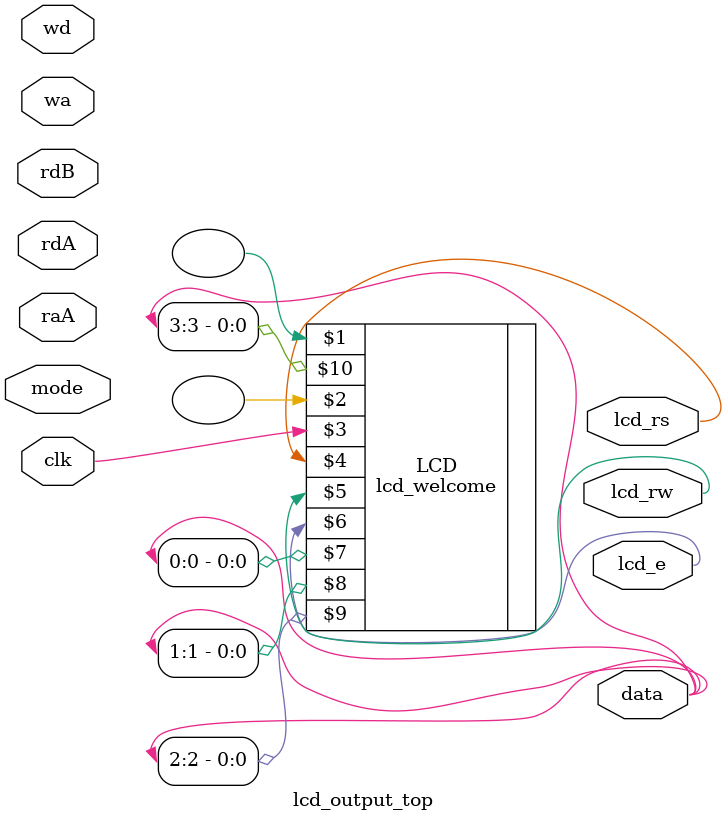
<source format=v>
`timescale 1ns / 1ps

module lcd_output_top(
	// LCD ports
	input clk,
	output lcd_rs, lcd_rw, lcd_e,
	output [3:0] data,

	// LCD mode and lines
	input [1:0] mode,
	input [4:0] wa,raA,
	input [15:0] rdA,rdB,wd
    );

	reg [127:0] LINE1;
  	reg [127:0] LINE2;
	always @(posedge clk) begin
	    if(mode==2'b00) begin
	      LINE1 <= "ACCEPTING       ";
	      LINE2 <= "  INPUT         ";
	    end
	    else if(mode==2'b01) begin
	      LINE1 <= {"0"+wa[0],"0"+wa[1],"0"+wa[2],"0"+wa[3],"0"+wa[4], "           "};
	      LINE2 <= {"0"+wd[0],"0"+wd[1],"0"+wd[2],"0"+wd[3],"0"+wd[4],"0"+wd[5],"0"+wd[6],"0"+wd[7],"0"+wd[8],"0"+wd[9],"0"+wd[10],"0"+wd[11],"0"+wd[12],"0"+wd[13],"0"+wd[14],"0"+wd[15]};
		 end
	    else if(mode==2'b10) begin
	      LINE1 <= {"0"+raA[0],"0"+raA[1],"0"+raA[2],"0"+raA[3],"0"+raA[4], "           "};
	      LINE2 <= {"0"+rdA[0],"0"+rdA[1],"0"+rdA[2],"0"+rdA[3],"0"+rdA[4],"0"+rdA[5],"0"+rdA[6],"0"+rdA[7],"0"+rdA[8],"0"+rdA[9],"0"+rdA[10],"0"+rdA[11],"0"+rdA[12],"0"+rdA[13],"0"+rdA[14],"0"+rdA[15]};
		 end
	    else if(mode==2'b11) begin
	      LINE1 <= {"0"+rdA[0],"0"+rdA[1],"0"+rdA[2],"0"+rdA[3],"0"+rdA[4],"0"+rdA[5],"0"+rdA[6],"0"+rdA[7],"0"+rdA[8],"0"+rdA[9],"0"+rdA[10],"0"+rdA[11],"0"+rdA[12],"0"+rdA[13],"0"+rdA[14],"0"+rdA[15]};
		 LINE2 <= {"0"+rdB[0],"0"+rdB[1],"0"+rdB[2],"0"+rdB[3],"0"+rdB[4],"0"+rdB[5],"0"+rdB[6],"0"+rdB[7],"0"+rdB[8],"0"+rdB[9],"0"+rdB[10],"0"+rdB[11],"0"+rdB[12],"0"+rdB[13],"0"+rdB[14],"0"+rdB[15]};
	    end
	end
	

	lcd_welcome LCD ("","",
			 clk, lcd_rs, lcd_rw, lcd_e, data[0], data[1], data[2], data[3]);
endmodule

</source>
